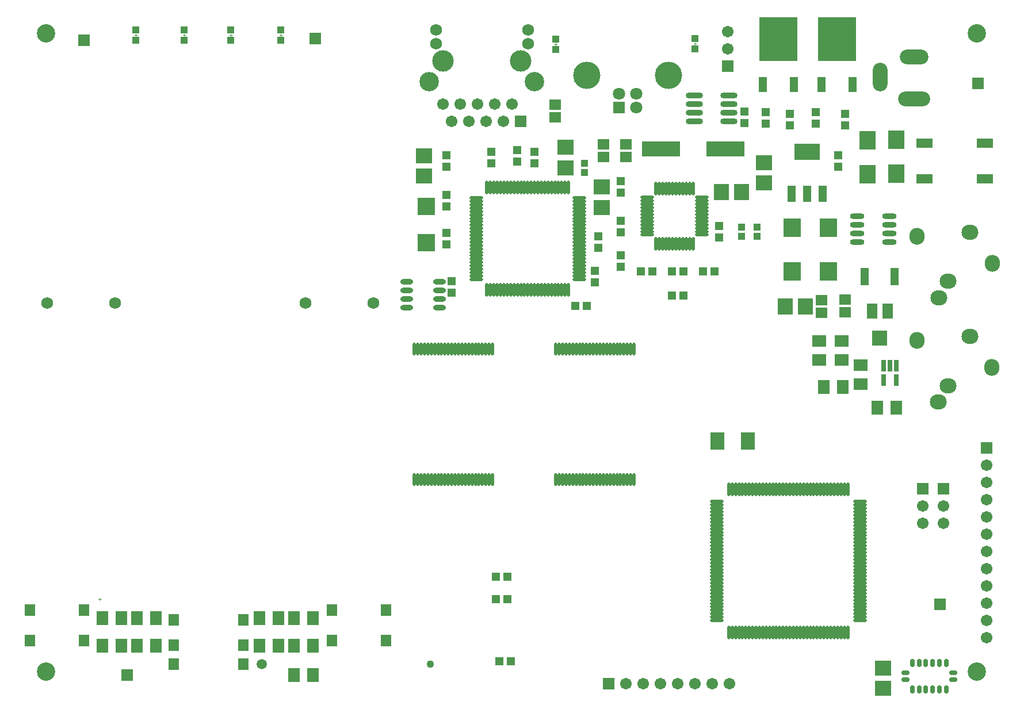
<source format=gts>
G04 Layer_Color=8388736*
%FSLAX44Y44*%
%MOMM*%
G71*
G01*
G75*
%ADD47C,0.1000*%
%ADD48C,1.0000*%
%ADD112O,0.5032X1.9032*%
%ADD113R,1.3032X1.2032*%
%ADD114R,2.4032X2.8032*%
%ADD115R,1.2032X1.3032*%
%ADD116R,1.7032X1.5032*%
%ADD117O,0.5032X2.0032*%
%ADD118O,2.0032X0.5032*%
%ADD119R,2.6032X2.8032*%
%ADD120R,2.1032X2.6032*%
%ADD121R,1.6032X1.8032*%
%ADD122O,1.2532X0.7532*%
%ADD123O,0.7532X1.2532*%
%ADD124O,2.1032X0.8032*%
%ADD125R,1.2421X0.5436*%
%ADD126R,1.5032X2.2032*%
%ADD127R,2.2032X2.2032*%
%ADD128R,2.3876X1.4732*%
%ADD129R,1.0032X1.0032*%
%ADD130R,1.8032X2.0032*%
%ADD131R,2.0032X1.8032*%
%ADD132R,0.7532X1.6532*%
%ADD133R,0.7532X1.6532*%
%ADD134R,2.2032X2.4032*%
%ADD135O,1.9032X0.8032*%
%ADD136R,2.4032X2.2032*%
%ADD137R,1.0032X1.1032*%
%ADD138R,1.6032X1.7032*%
%ADD139O,2.5032X0.9032*%
%ADD140R,5.7032X2.2032*%
%ADD141R,2.6032X2.5032*%
%ADD142R,1.3032X2.3532*%
%ADD143R,1.3032X2.3532*%
%ADD144R,3.7032X2.3532*%
%ADD145R,5.6032X6.4032*%
%ADD146R,1.2032X2.3032*%
%ADD147R,1.7032X1.7032*%
%ADD148C,1.7032*%
%ADD149R,1.7032X1.7032*%
%ADD150C,1.5032*%
%ADD151C,1.1032*%
%ADD152O,2.4892X2.2352*%
%ADD153O,2.2352X2.4892*%
%ADD154C,2.7032*%
%ADD155C,3.1532*%
%ADD156C,2.8532*%
%ADD157C,1.7032*%
%ADD158R,1.7032X1.7032*%
%ADD159C,1.7272*%
%ADD160C,4.0032*%
%ADD161C,1.8032*%
%ADD162R,1.8032X1.8032*%
%ADD163O,2.2032X4.2032*%
%ADD164O,4.2032X2.2032*%
%ADD165O,4.7032X2.2032*%
D47*
X76900Y106520D02*
X80900D01*
X78900Y104520D02*
Y108520D01*
X953200Y924400D02*
X957200D01*
X955200Y922400D02*
Y926400D01*
X749780Y921660D02*
Y925660D01*
X747780Y923660D02*
X751780D01*
X132240Y935100D02*
Y939100D01*
X130240Y937100D02*
X134240D01*
X343600D02*
X347600D01*
X345600Y935100D02*
Y939100D01*
X269940Y937100D02*
X273940D01*
X271940Y935100D02*
Y939100D01*
X201360Y937100D02*
X205360D01*
X203360Y935100D02*
Y939100D01*
D48*
X1265280Y843280D02*
X1290280D01*
X1227780Y865281D02*
Y885280D01*
X1267780Y905280D02*
X1287780D01*
D112*
X541940Y282460D02*
D03*
X546940D02*
D03*
X551940D02*
D03*
X556940D02*
D03*
X561940D02*
D03*
X566940D02*
D03*
X571940D02*
D03*
X576940D02*
D03*
X581940D02*
D03*
X586940D02*
D03*
X591940D02*
D03*
X596940D02*
D03*
X601940D02*
D03*
X606940D02*
D03*
X611940D02*
D03*
X616940D02*
D03*
X621940D02*
D03*
X626940D02*
D03*
X631940D02*
D03*
X636940D02*
D03*
X641940D02*
D03*
X646940D02*
D03*
X651940D02*
D03*
X656940D02*
D03*
X541940Y474460D02*
D03*
X546940D02*
D03*
X551940D02*
D03*
X556940D02*
D03*
X561940D02*
D03*
X566940D02*
D03*
X571940D02*
D03*
X576940D02*
D03*
X581940D02*
D03*
X586940D02*
D03*
X591940D02*
D03*
X596940D02*
D03*
X601940D02*
D03*
X606940D02*
D03*
X611940D02*
D03*
X616940D02*
D03*
X621940D02*
D03*
X626940D02*
D03*
X631940D02*
D03*
X636940D02*
D03*
X641940D02*
D03*
X646940D02*
D03*
X651940D02*
D03*
X656940D02*
D03*
X865220Y474459D02*
D03*
X860220D02*
D03*
X855220D02*
D03*
X850220D02*
D03*
X845220D02*
D03*
X840220D02*
D03*
X835220D02*
D03*
X830220D02*
D03*
X825220D02*
D03*
X820220D02*
D03*
X815220D02*
D03*
X810220D02*
D03*
X805220D02*
D03*
X800220D02*
D03*
X795220D02*
D03*
X790220D02*
D03*
X785220D02*
D03*
X780220D02*
D03*
X775220D02*
D03*
X770220D02*
D03*
X765220D02*
D03*
X760220D02*
D03*
X755220D02*
D03*
X750220D02*
D03*
X865220Y282460D02*
D03*
X860220D02*
D03*
X855220D02*
D03*
X850220D02*
D03*
X845220D02*
D03*
X840220D02*
D03*
X835220D02*
D03*
X830220D02*
D03*
X825220D02*
D03*
X820220D02*
D03*
X815220D02*
D03*
X810220D02*
D03*
X805220D02*
D03*
X800220D02*
D03*
X795220D02*
D03*
X790220D02*
D03*
X785220D02*
D03*
X780220D02*
D03*
X775220D02*
D03*
X770220D02*
D03*
X765220D02*
D03*
X760220D02*
D03*
X755220D02*
D03*
X750220D02*
D03*
D113*
X778900Y538480D02*
D03*
X795900D02*
D03*
X667300Y15080D02*
D03*
X684300D02*
D03*
X679220Y139540D02*
D03*
X662220D02*
D03*
X679220Y106520D02*
D03*
X662220D02*
D03*
X875580Y589120D02*
D03*
X892580D02*
D03*
X938300D02*
D03*
X921300D02*
D03*
X938300Y553560D02*
D03*
X921300D02*
D03*
X983860Y589280D02*
D03*
X966860D02*
D03*
D114*
X1251660Y732680D02*
D03*
Y782680D02*
D03*
X1208640Y782520D02*
D03*
Y732520D02*
D03*
D115*
X807720Y590160D02*
D03*
Y573160D02*
D03*
X693580Y750800D02*
D03*
Y767800D02*
D03*
X845980Y705080D02*
D03*
Y722080D02*
D03*
Y663660D02*
D03*
Y646660D02*
D03*
X589440Y743180D02*
D03*
Y760180D02*
D03*
X596900Y557920D02*
D03*
Y574920D02*
D03*
X718980Y765260D02*
D03*
Y748260D02*
D03*
X589440Y628880D02*
D03*
Y645880D02*
D03*
Y684760D02*
D03*
Y701760D02*
D03*
X655480Y765260D02*
D03*
Y748260D02*
D03*
X812960Y623800D02*
D03*
Y640800D02*
D03*
X1027460Y824480D02*
D03*
Y807480D02*
D03*
X845980Y595860D02*
D03*
Y612860D02*
D03*
X990760Y656040D02*
D03*
Y639040D02*
D03*
X1176000Y820855D02*
D03*
Y803856D02*
D03*
X1094720D02*
D03*
Y820855D02*
D03*
X1059180Y823840D02*
D03*
Y806840D02*
D03*
X1132840Y823840D02*
D03*
Y806840D02*
D03*
X1165860Y743340D02*
D03*
Y760340D02*
D03*
D116*
X749300Y835000D02*
D03*
Y816000D02*
D03*
X1176020Y547980D02*
D03*
Y528980D02*
D03*
X820580Y757420D02*
D03*
Y776420D02*
D03*
X853600D02*
D03*
Y757420D02*
D03*
X1140818Y527814D02*
D03*
Y546814D02*
D03*
D117*
X648820Y712880D02*
D03*
X653820D02*
D03*
X658820D02*
D03*
X663820D02*
D03*
X668820D02*
D03*
X673820D02*
D03*
X678820D02*
D03*
X683820D02*
D03*
X688820D02*
D03*
X693820D02*
D03*
X698820D02*
D03*
X703820D02*
D03*
X708820D02*
D03*
X713820D02*
D03*
X718820D02*
D03*
X723820D02*
D03*
X728820D02*
D03*
X733820D02*
D03*
X738820D02*
D03*
X743820D02*
D03*
X748820D02*
D03*
X753820D02*
D03*
X758820D02*
D03*
X763820D02*
D03*
X768820D02*
D03*
Y561880D02*
D03*
X763820D02*
D03*
X758820D02*
D03*
X753820D02*
D03*
X748820D02*
D03*
X743820D02*
D03*
X738820D02*
D03*
X733820D02*
D03*
X728820D02*
D03*
X723820D02*
D03*
X718820D02*
D03*
X713820D02*
D03*
X708820D02*
D03*
X703820D02*
D03*
X698820D02*
D03*
X693820D02*
D03*
X688820D02*
D03*
X683820D02*
D03*
X678820D02*
D03*
X673820D02*
D03*
X668820D02*
D03*
X663820D02*
D03*
X658820D02*
D03*
X653820D02*
D03*
X648820D02*
D03*
X1004700Y268060D02*
D03*
X1009700D02*
D03*
X1014700D02*
D03*
X1019700D02*
D03*
X1024700D02*
D03*
X1029700D02*
D03*
X1034700D02*
D03*
X1039700D02*
D03*
X1044700D02*
D03*
X1049700D02*
D03*
X1054700D02*
D03*
X1059700D02*
D03*
X1064700D02*
D03*
X1069700D02*
D03*
X1074700D02*
D03*
X1079700D02*
D03*
X1084700D02*
D03*
X1089700D02*
D03*
X1094700D02*
D03*
X1099700D02*
D03*
X1104700D02*
D03*
X1109700D02*
D03*
X1114700D02*
D03*
X1119700D02*
D03*
X1124700D02*
D03*
X1129700D02*
D03*
X1134700D02*
D03*
X1139700D02*
D03*
X1144700D02*
D03*
X1149700D02*
D03*
X1154700D02*
D03*
X1159700D02*
D03*
X1164700D02*
D03*
X1169700D02*
D03*
X1174700D02*
D03*
X1179700D02*
D03*
Y57060D02*
D03*
X1174700D02*
D03*
X1169700D02*
D03*
X1164700D02*
D03*
X1159700D02*
D03*
X1154700D02*
D03*
X1149700D02*
D03*
X1144700D02*
D03*
X1139700D02*
D03*
X1134700D02*
D03*
X1129700D02*
D03*
X1124700D02*
D03*
X1119700D02*
D03*
X1114700D02*
D03*
X1109700D02*
D03*
X1104700D02*
D03*
X1099700D02*
D03*
X1094700D02*
D03*
X1089700D02*
D03*
X1084700D02*
D03*
X1079700D02*
D03*
X1074700D02*
D03*
X1069700D02*
D03*
X1064700D02*
D03*
X1059700D02*
D03*
X1054700D02*
D03*
X1049700D02*
D03*
X1044700D02*
D03*
X1039700D02*
D03*
X1034700D02*
D03*
X1029700D02*
D03*
X1024700D02*
D03*
X1019700D02*
D03*
X1014700D02*
D03*
X1009700D02*
D03*
X1004700D02*
D03*
X897220Y629900D02*
D03*
X902220D02*
D03*
X907220D02*
D03*
X912220D02*
D03*
X917220D02*
D03*
X922220D02*
D03*
X927220D02*
D03*
X932220D02*
D03*
X937220D02*
D03*
X942220D02*
D03*
X947220D02*
D03*
X952220D02*
D03*
Y710900D02*
D03*
X947220D02*
D03*
X942220D02*
D03*
X937220D02*
D03*
X932220D02*
D03*
X927220D02*
D03*
X922220D02*
D03*
X917220D02*
D03*
X912220D02*
D03*
X907220D02*
D03*
X902220D02*
D03*
X897220D02*
D03*
D118*
X784320Y697380D02*
D03*
Y692380D02*
D03*
Y687380D02*
D03*
Y682380D02*
D03*
Y677380D02*
D03*
Y672380D02*
D03*
Y667380D02*
D03*
Y662380D02*
D03*
Y657380D02*
D03*
Y652380D02*
D03*
Y647380D02*
D03*
Y642380D02*
D03*
Y637380D02*
D03*
Y632380D02*
D03*
Y627380D02*
D03*
Y622380D02*
D03*
Y617380D02*
D03*
Y612380D02*
D03*
Y607380D02*
D03*
Y602380D02*
D03*
Y597380D02*
D03*
Y592380D02*
D03*
Y587380D02*
D03*
Y582380D02*
D03*
Y577380D02*
D03*
X633320D02*
D03*
Y582380D02*
D03*
Y587380D02*
D03*
Y592380D02*
D03*
Y597380D02*
D03*
Y602380D02*
D03*
Y607380D02*
D03*
Y612380D02*
D03*
Y617380D02*
D03*
Y622380D02*
D03*
Y627380D02*
D03*
Y632380D02*
D03*
Y637380D02*
D03*
Y642380D02*
D03*
Y647380D02*
D03*
Y652380D02*
D03*
Y657380D02*
D03*
Y662380D02*
D03*
Y667380D02*
D03*
Y672380D02*
D03*
Y677380D02*
D03*
Y682380D02*
D03*
Y687380D02*
D03*
Y692380D02*
D03*
Y697380D02*
D03*
X1197700Y250060D02*
D03*
Y245060D02*
D03*
Y240060D02*
D03*
Y235060D02*
D03*
Y230060D02*
D03*
Y225060D02*
D03*
Y220060D02*
D03*
Y215060D02*
D03*
Y210060D02*
D03*
Y205060D02*
D03*
Y200060D02*
D03*
Y195060D02*
D03*
Y190060D02*
D03*
Y185060D02*
D03*
Y180060D02*
D03*
Y175060D02*
D03*
Y170060D02*
D03*
Y165060D02*
D03*
Y160060D02*
D03*
Y155060D02*
D03*
Y150060D02*
D03*
Y145060D02*
D03*
Y140060D02*
D03*
Y135060D02*
D03*
Y130060D02*
D03*
Y125060D02*
D03*
Y120060D02*
D03*
Y115060D02*
D03*
Y110060D02*
D03*
Y105060D02*
D03*
Y100060D02*
D03*
Y95060D02*
D03*
Y90060D02*
D03*
Y85060D02*
D03*
Y80060D02*
D03*
Y75060D02*
D03*
X986700D02*
D03*
Y80060D02*
D03*
Y85060D02*
D03*
Y90060D02*
D03*
Y95060D02*
D03*
Y100060D02*
D03*
Y105060D02*
D03*
Y110060D02*
D03*
Y115060D02*
D03*
Y120060D02*
D03*
Y125060D02*
D03*
Y130060D02*
D03*
Y135060D02*
D03*
Y140060D02*
D03*
Y145060D02*
D03*
Y150060D02*
D03*
Y155060D02*
D03*
Y160060D02*
D03*
Y165060D02*
D03*
Y170060D02*
D03*
Y175060D02*
D03*
Y180060D02*
D03*
Y185060D02*
D03*
Y190060D02*
D03*
Y195060D02*
D03*
Y200060D02*
D03*
Y205060D02*
D03*
Y210060D02*
D03*
Y215060D02*
D03*
Y220060D02*
D03*
Y225060D02*
D03*
Y230060D02*
D03*
Y235060D02*
D03*
Y240060D02*
D03*
Y245060D02*
D03*
Y250060D02*
D03*
X884220Y697900D02*
D03*
Y692900D02*
D03*
Y687900D02*
D03*
Y682900D02*
D03*
Y677900D02*
D03*
Y672900D02*
D03*
Y667900D02*
D03*
Y662900D02*
D03*
Y657900D02*
D03*
Y652900D02*
D03*
Y647900D02*
D03*
Y642900D02*
D03*
X965220D02*
D03*
Y647900D02*
D03*
Y652900D02*
D03*
Y657900D02*
D03*
Y662900D02*
D03*
Y667900D02*
D03*
Y672900D02*
D03*
Y677900D02*
D03*
Y682900D02*
D03*
Y687900D02*
D03*
Y692900D02*
D03*
Y697900D02*
D03*
D119*
X1150978Y653134D02*
D03*
Y589134D02*
D03*
X1097638Y653134D02*
D03*
Y589134D02*
D03*
D120*
X987520Y338940D02*
D03*
X1032520D02*
D03*
D121*
X-23960Y90560D02*
D03*
Y45560D02*
D03*
X56040D02*
D03*
Y90560D02*
D03*
X500540D02*
D03*
Y45560D02*
D03*
X420540D02*
D03*
Y90560D02*
D03*
D122*
X1264574Y-12074D02*
D03*
Y-2074D02*
D03*
X1335075D02*
D03*
Y-12074D02*
D03*
D123*
X1274824Y12676D02*
D03*
X1284824D02*
D03*
X1294824D02*
D03*
X1304825D02*
D03*
X1314825D02*
D03*
X1324825D02*
D03*
Y-26824D02*
D03*
X1314825D02*
D03*
X1304825D02*
D03*
X1294824D02*
D03*
X1284824D02*
D03*
X1274824D02*
D03*
D124*
X1193798Y670584D02*
D03*
Y657884D02*
D03*
Y645184D02*
D03*
Y632484D02*
D03*
X1240798Y670584D02*
D03*
Y657884D02*
D03*
Y645184D02*
D03*
Y632484D02*
D03*
D125*
X1204498Y591214D02*
D03*
Y586210D02*
D03*
Y581206D02*
D03*
Y576203D02*
D03*
Y571199D02*
D03*
X1248491D02*
D03*
Y576203D02*
D03*
Y581206D02*
D03*
Y586210D02*
D03*
Y591214D02*
D03*
D126*
X1238320Y530540D02*
D03*
X1215320D02*
D03*
D127*
X1226820Y490540D02*
D03*
D128*
X1292460Y777840D02*
D03*
Y725770D02*
D03*
X1381360D02*
D03*
Y777840D02*
D03*
D129*
X955200Y931900D02*
D03*
Y916900D02*
D03*
X749780Y916160D02*
D03*
Y931160D02*
D03*
X132240Y929600D02*
D03*
Y944600D02*
D03*
X345600D02*
D03*
Y929600D02*
D03*
X271940Y944600D02*
D03*
Y929600D02*
D03*
X203360Y944600D02*
D03*
Y929600D02*
D03*
D130*
X1172240Y419100D02*
D03*
X1144240D02*
D03*
X1250980Y388620D02*
D03*
X1222980D02*
D03*
X392620Y78580D02*
D03*
X364620D02*
D03*
X161480Y37940D02*
D03*
X133480D02*
D03*
X110680D02*
D03*
X82680D02*
D03*
X313820Y78580D02*
D03*
X341820D02*
D03*
X161480Y78580D02*
D03*
X133480D02*
D03*
X392620Y37940D02*
D03*
X364620D02*
D03*
X82680Y78580D02*
D03*
X110680D02*
D03*
X392620Y-5239D02*
D03*
X364620D02*
D03*
X341820Y37940D02*
D03*
X313820D02*
D03*
D131*
X1137920Y486440D02*
D03*
Y458440D02*
D03*
X1170940Y486440D02*
D03*
Y458440D02*
D03*
X1198880Y450880D02*
D03*
Y422880D02*
D03*
D132*
X1251560Y450170D02*
D03*
D133*
X1242060D02*
D03*
X1232560D02*
D03*
Y428670D02*
D03*
X1251560D02*
D03*
D134*
X1087718Y537314D02*
D03*
X1117718D02*
D03*
X1023540Y705960D02*
D03*
X993540D02*
D03*
D135*
X579340Y535750D02*
D03*
Y548450D02*
D03*
Y561150D02*
D03*
Y573850D02*
D03*
X530340Y535750D02*
D03*
Y548450D02*
D03*
Y561150D02*
D03*
Y573850D02*
D03*
D136*
X764700Y741760D02*
D03*
Y771760D02*
D03*
X556260Y759220D02*
D03*
Y729220D02*
D03*
X818040Y713340D02*
D03*
Y683340D02*
D03*
X1056640Y749060D02*
D03*
Y719060D02*
D03*
X1231899Y4840D02*
D03*
Y-25160D02*
D03*
D137*
X792640Y734520D02*
D03*
Y748520D02*
D03*
X1046640Y640540D02*
D03*
Y654540D02*
D03*
X1023780Y640540D02*
D03*
Y654540D02*
D03*
D138*
X290120Y39040D02*
D03*
Y76040D02*
D03*
Y11040D02*
D03*
X188120Y39040D02*
D03*
Y11040D02*
D03*
Y76040D02*
D03*
D139*
X1004700Y809630D02*
D03*
Y822330D02*
D03*
Y835030D02*
D03*
Y847730D02*
D03*
X953700Y809630D02*
D03*
Y822330D02*
D03*
Y835030D02*
D03*
Y847730D02*
D03*
D140*
X1000160Y769460D02*
D03*
X905160D02*
D03*
D141*
X559380Y631820D02*
D03*
Y684820D02*
D03*
D142*
X1097140Y703060D02*
D03*
X1143140D02*
D03*
D143*
X1120140D02*
D03*
D144*
Y765060D02*
D03*
D145*
X1163980Y931450D02*
D03*
X1077620D02*
D03*
D146*
X1186830Y863950D02*
D03*
X1141130D02*
D03*
X1054770D02*
D03*
X1100470D02*
D03*
D147*
X1315720Y99060D02*
D03*
X1371600Y866140D02*
D03*
X396240Y932180D02*
D03*
X55880Y929640D02*
D03*
X119380Y-5080D02*
D03*
D148*
X1290040Y217960D02*
D03*
Y243360D02*
D03*
X1384568Y50024D02*
D03*
Y75424D02*
D03*
Y100824D02*
D03*
Y126224D02*
D03*
Y151624D02*
D03*
Y177024D02*
D03*
Y202424D02*
D03*
Y227824D02*
D03*
Y253224D02*
D03*
Y278624D02*
D03*
Y304024D02*
D03*
X1320520Y243360D02*
D03*
Y217960D02*
D03*
X1003460Y942179D02*
D03*
Y916779D02*
D03*
X1227780Y885280D02*
D03*
Y865281D02*
D03*
X1287780Y905280D02*
D03*
X1267780D02*
D03*
X853600Y-17940D02*
D03*
X879000D02*
D03*
X904400D02*
D03*
X929800D02*
D03*
X955200D02*
D03*
X980600D02*
D03*
X1006000D02*
D03*
D149*
X1290040Y268760D02*
D03*
X1384568Y329424D02*
D03*
X1320520Y268760D02*
D03*
X1003460Y891379D02*
D03*
D150*
X317200Y10910D02*
D03*
D151*
X565200D02*
D03*
D152*
X1313428Y396970D02*
D03*
X1359678Y493220D02*
D03*
X1327428Y420970D02*
D03*
X1313778Y550314D02*
D03*
X1360028Y646564D02*
D03*
X1327778Y574314D02*
D03*
D153*
X1391928Y447470D02*
D03*
X1281428Y487470D02*
D03*
X1392278Y600814D02*
D03*
X1281778Y640814D02*
D03*
D154*
X1370000Y0D02*
D03*
X0D02*
D03*
Y940000D02*
D03*
X1370000D02*
D03*
D155*
X584360Y899000D02*
D03*
X698660D02*
D03*
D156*
X564040Y868520D02*
D03*
X718980D02*
D03*
D157*
X660560Y835500D02*
D03*
X635160D02*
D03*
X647860Y810100D02*
D03*
X622460D02*
D03*
X609760Y835500D02*
D03*
X685960D02*
D03*
X673260Y810100D02*
D03*
X597060D02*
D03*
X584360Y835500D02*
D03*
X1265280Y843280D02*
D03*
X1290280D02*
D03*
D158*
X698660Y810100D02*
D03*
X828200Y-17940D02*
D03*
D159*
X709328Y924400D02*
D03*
Y944720D02*
D03*
X573692D02*
D03*
Y924400D02*
D03*
X1830Y542290D02*
D03*
X481830D02*
D03*
X381830D02*
D03*
X101830D02*
D03*
D160*
X916180Y877840D02*
D03*
X795780D02*
D03*
D161*
X868480Y850740D02*
D03*
X843480D02*
D03*
X868480Y830740D02*
D03*
D162*
X843480D02*
D03*
D163*
X1227780Y875281D02*
D03*
D164*
X1277780Y905280D02*
D03*
D165*
Y843280D02*
D03*
M02*

</source>
